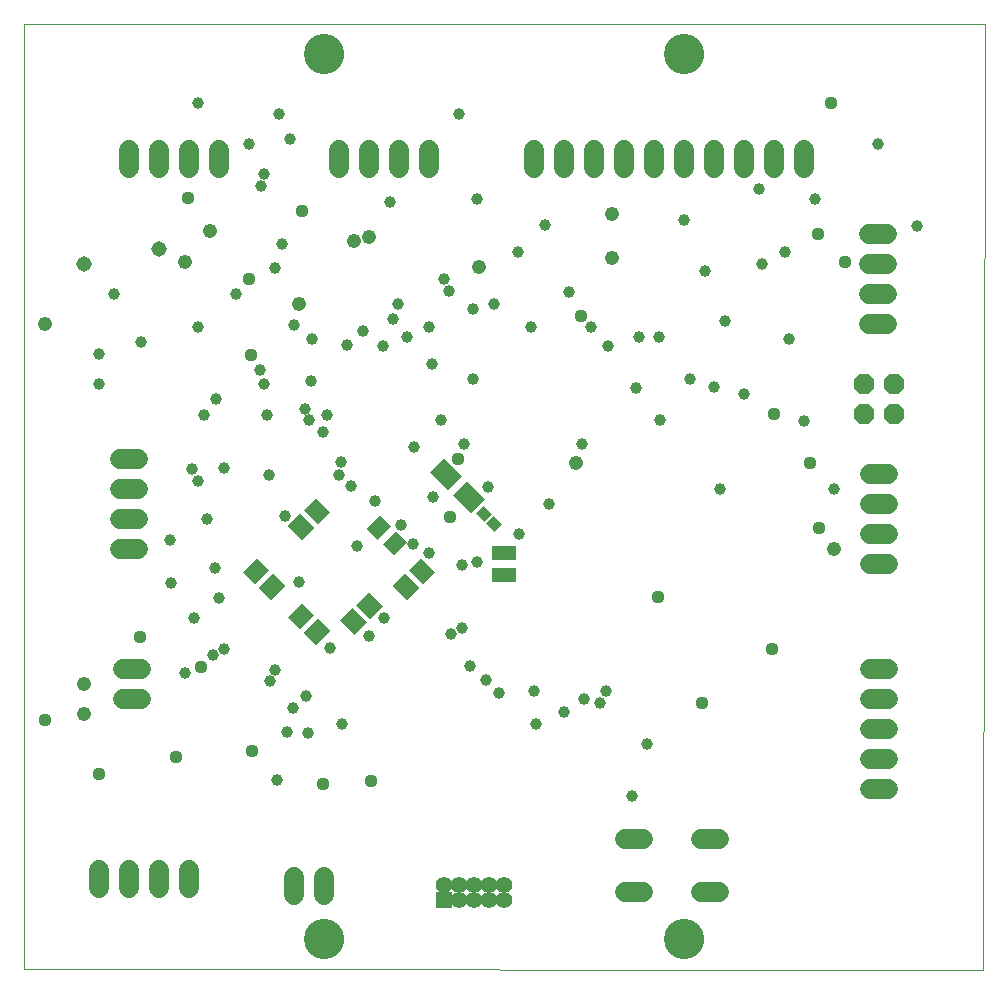
<source format=gbs>
G75*
%MOIN*%
%OFA0B0*%
%FSLAX24Y24*%
%IPPOS*%
%LPD*%
%AMOC8*
5,1,8,0,0,1.08239X$1,22.5*
%
%ADD10C,0.0000*%
%ADD11C,0.1340*%
%ADD12C,0.0680*%
%ADD13R,0.0592X0.0671*%
%ADD14R,0.0510X0.0630*%
%ADD15R,0.0789X0.0513*%
%ADD16R,0.0848X0.0671*%
%ADD17R,0.0395X0.0356*%
%ADD18OC8,0.0680*%
%ADD19R,0.0556X0.0556*%
%ADD20C,0.0556*%
%ADD21C,0.0437*%
%ADD22C,0.0390*%
%ADD23C,0.0476*%
%ADD24C,0.0516*%
D10*
X003760Y002393D02*
X003760Y033889D01*
X035780Y033889D01*
X035730Y002343D01*
X003760Y002393D01*
X013130Y003393D02*
X013132Y003443D01*
X013138Y003493D01*
X013148Y003542D01*
X013162Y003590D01*
X013179Y003637D01*
X013200Y003682D01*
X013225Y003726D01*
X013253Y003767D01*
X013285Y003806D01*
X013319Y003843D01*
X013356Y003877D01*
X013396Y003907D01*
X013438Y003934D01*
X013482Y003958D01*
X013528Y003979D01*
X013575Y003995D01*
X013623Y004008D01*
X013673Y004017D01*
X013722Y004022D01*
X013773Y004023D01*
X013823Y004020D01*
X013872Y004013D01*
X013921Y004002D01*
X013969Y003987D01*
X014015Y003969D01*
X014060Y003947D01*
X014103Y003921D01*
X014144Y003892D01*
X014183Y003860D01*
X014219Y003825D01*
X014251Y003787D01*
X014281Y003747D01*
X014308Y003704D01*
X014331Y003660D01*
X014350Y003614D01*
X014366Y003566D01*
X014378Y003517D01*
X014386Y003468D01*
X014390Y003418D01*
X014390Y003368D01*
X014386Y003318D01*
X014378Y003269D01*
X014366Y003220D01*
X014350Y003172D01*
X014331Y003126D01*
X014308Y003082D01*
X014281Y003039D01*
X014251Y002999D01*
X014219Y002961D01*
X014183Y002926D01*
X014144Y002894D01*
X014103Y002865D01*
X014060Y002839D01*
X014015Y002817D01*
X013969Y002799D01*
X013921Y002784D01*
X013872Y002773D01*
X013823Y002766D01*
X013773Y002763D01*
X013722Y002764D01*
X013673Y002769D01*
X013623Y002778D01*
X013575Y002791D01*
X013528Y002807D01*
X013482Y002828D01*
X013438Y002852D01*
X013396Y002879D01*
X013356Y002909D01*
X013319Y002943D01*
X013285Y002980D01*
X013253Y003019D01*
X013225Y003060D01*
X013200Y003104D01*
X013179Y003149D01*
X013162Y003196D01*
X013148Y003244D01*
X013138Y003293D01*
X013132Y003343D01*
X013130Y003393D01*
X025130Y003393D02*
X025132Y003443D01*
X025138Y003493D01*
X025148Y003542D01*
X025162Y003590D01*
X025179Y003637D01*
X025200Y003682D01*
X025225Y003726D01*
X025253Y003767D01*
X025285Y003806D01*
X025319Y003843D01*
X025356Y003877D01*
X025396Y003907D01*
X025438Y003934D01*
X025482Y003958D01*
X025528Y003979D01*
X025575Y003995D01*
X025623Y004008D01*
X025673Y004017D01*
X025722Y004022D01*
X025773Y004023D01*
X025823Y004020D01*
X025872Y004013D01*
X025921Y004002D01*
X025969Y003987D01*
X026015Y003969D01*
X026060Y003947D01*
X026103Y003921D01*
X026144Y003892D01*
X026183Y003860D01*
X026219Y003825D01*
X026251Y003787D01*
X026281Y003747D01*
X026308Y003704D01*
X026331Y003660D01*
X026350Y003614D01*
X026366Y003566D01*
X026378Y003517D01*
X026386Y003468D01*
X026390Y003418D01*
X026390Y003368D01*
X026386Y003318D01*
X026378Y003269D01*
X026366Y003220D01*
X026350Y003172D01*
X026331Y003126D01*
X026308Y003082D01*
X026281Y003039D01*
X026251Y002999D01*
X026219Y002961D01*
X026183Y002926D01*
X026144Y002894D01*
X026103Y002865D01*
X026060Y002839D01*
X026015Y002817D01*
X025969Y002799D01*
X025921Y002784D01*
X025872Y002773D01*
X025823Y002766D01*
X025773Y002763D01*
X025722Y002764D01*
X025673Y002769D01*
X025623Y002778D01*
X025575Y002791D01*
X025528Y002807D01*
X025482Y002828D01*
X025438Y002852D01*
X025396Y002879D01*
X025356Y002909D01*
X025319Y002943D01*
X025285Y002980D01*
X025253Y003019D01*
X025225Y003060D01*
X025200Y003104D01*
X025179Y003149D01*
X025162Y003196D01*
X025148Y003244D01*
X025138Y003293D01*
X025132Y003343D01*
X025130Y003393D01*
X025130Y032893D02*
X025132Y032943D01*
X025138Y032993D01*
X025148Y033042D01*
X025162Y033090D01*
X025179Y033137D01*
X025200Y033182D01*
X025225Y033226D01*
X025253Y033267D01*
X025285Y033306D01*
X025319Y033343D01*
X025356Y033377D01*
X025396Y033407D01*
X025438Y033434D01*
X025482Y033458D01*
X025528Y033479D01*
X025575Y033495D01*
X025623Y033508D01*
X025673Y033517D01*
X025722Y033522D01*
X025773Y033523D01*
X025823Y033520D01*
X025872Y033513D01*
X025921Y033502D01*
X025969Y033487D01*
X026015Y033469D01*
X026060Y033447D01*
X026103Y033421D01*
X026144Y033392D01*
X026183Y033360D01*
X026219Y033325D01*
X026251Y033287D01*
X026281Y033247D01*
X026308Y033204D01*
X026331Y033160D01*
X026350Y033114D01*
X026366Y033066D01*
X026378Y033017D01*
X026386Y032968D01*
X026390Y032918D01*
X026390Y032868D01*
X026386Y032818D01*
X026378Y032769D01*
X026366Y032720D01*
X026350Y032672D01*
X026331Y032626D01*
X026308Y032582D01*
X026281Y032539D01*
X026251Y032499D01*
X026219Y032461D01*
X026183Y032426D01*
X026144Y032394D01*
X026103Y032365D01*
X026060Y032339D01*
X026015Y032317D01*
X025969Y032299D01*
X025921Y032284D01*
X025872Y032273D01*
X025823Y032266D01*
X025773Y032263D01*
X025722Y032264D01*
X025673Y032269D01*
X025623Y032278D01*
X025575Y032291D01*
X025528Y032307D01*
X025482Y032328D01*
X025438Y032352D01*
X025396Y032379D01*
X025356Y032409D01*
X025319Y032443D01*
X025285Y032480D01*
X025253Y032519D01*
X025225Y032560D01*
X025200Y032604D01*
X025179Y032649D01*
X025162Y032696D01*
X025148Y032744D01*
X025138Y032793D01*
X025132Y032843D01*
X025130Y032893D01*
X013130Y032893D02*
X013132Y032943D01*
X013138Y032993D01*
X013148Y033042D01*
X013162Y033090D01*
X013179Y033137D01*
X013200Y033182D01*
X013225Y033226D01*
X013253Y033267D01*
X013285Y033306D01*
X013319Y033343D01*
X013356Y033377D01*
X013396Y033407D01*
X013438Y033434D01*
X013482Y033458D01*
X013528Y033479D01*
X013575Y033495D01*
X013623Y033508D01*
X013673Y033517D01*
X013722Y033522D01*
X013773Y033523D01*
X013823Y033520D01*
X013872Y033513D01*
X013921Y033502D01*
X013969Y033487D01*
X014015Y033469D01*
X014060Y033447D01*
X014103Y033421D01*
X014144Y033392D01*
X014183Y033360D01*
X014219Y033325D01*
X014251Y033287D01*
X014281Y033247D01*
X014308Y033204D01*
X014331Y033160D01*
X014350Y033114D01*
X014366Y033066D01*
X014378Y033017D01*
X014386Y032968D01*
X014390Y032918D01*
X014390Y032868D01*
X014386Y032818D01*
X014378Y032769D01*
X014366Y032720D01*
X014350Y032672D01*
X014331Y032626D01*
X014308Y032582D01*
X014281Y032539D01*
X014251Y032499D01*
X014219Y032461D01*
X014183Y032426D01*
X014144Y032394D01*
X014103Y032365D01*
X014060Y032339D01*
X014015Y032317D01*
X013969Y032299D01*
X013921Y032284D01*
X013872Y032273D01*
X013823Y032266D01*
X013773Y032263D01*
X013722Y032264D01*
X013673Y032269D01*
X013623Y032278D01*
X013575Y032291D01*
X013528Y032307D01*
X013482Y032328D01*
X013438Y032352D01*
X013396Y032379D01*
X013356Y032409D01*
X013319Y032443D01*
X013285Y032480D01*
X013253Y032519D01*
X013225Y032560D01*
X013200Y032604D01*
X013179Y032649D01*
X013162Y032696D01*
X013148Y032744D01*
X013138Y032793D01*
X013132Y032843D01*
X013130Y032893D01*
D11*
X013760Y032893D03*
X025760Y032893D03*
X025760Y003393D03*
X013760Y003393D03*
D12*
X013760Y004843D02*
X013760Y005443D01*
X012760Y005443D02*
X012760Y004843D01*
X009260Y005093D02*
X009260Y005693D01*
X008260Y005693D02*
X008260Y005093D01*
X007260Y005093D02*
X007260Y005693D01*
X006260Y005693D02*
X006260Y005093D01*
X007060Y011393D02*
X007660Y011393D01*
X007660Y012393D02*
X007060Y012393D01*
X006960Y016393D02*
X007560Y016393D01*
X007560Y017393D02*
X006960Y017393D01*
X006960Y018393D02*
X007560Y018393D01*
X007560Y019393D02*
X006960Y019393D01*
X007260Y029093D02*
X007260Y029693D01*
X008260Y029693D02*
X008260Y029093D01*
X009260Y029093D02*
X009260Y029693D01*
X010260Y029693D02*
X010260Y029093D01*
X014260Y029093D02*
X014260Y029693D01*
X015260Y029693D02*
X015260Y029093D01*
X016260Y029093D02*
X016260Y029693D01*
X017260Y029693D02*
X017260Y029093D01*
X020760Y029093D02*
X020760Y029693D01*
X021760Y029693D02*
X021760Y029093D01*
X022760Y029093D02*
X022760Y029693D01*
X023760Y029693D02*
X023760Y029093D01*
X024760Y029093D02*
X024760Y029693D01*
X025760Y029693D02*
X025760Y029093D01*
X026760Y029093D02*
X026760Y029693D01*
X027760Y029693D02*
X027760Y029093D01*
X028760Y029093D02*
X028760Y029693D01*
X029760Y029693D02*
X029760Y029093D01*
X031910Y026893D02*
X032510Y026893D01*
X032510Y025893D02*
X031910Y025893D01*
X031910Y024893D02*
X032510Y024893D01*
X032510Y023893D02*
X031910Y023893D01*
X031960Y018893D02*
X032560Y018893D01*
X032560Y017893D02*
X031960Y017893D01*
X031960Y016893D02*
X032560Y016893D01*
X032560Y015893D02*
X031960Y015893D01*
X031960Y012393D02*
X032560Y012393D01*
X032560Y011393D02*
X031960Y011393D01*
X031960Y010393D02*
X032560Y010393D01*
X032560Y009393D02*
X031960Y009393D01*
X031960Y008393D02*
X032560Y008393D01*
X026940Y006733D02*
X026340Y006733D01*
X026340Y004953D02*
X026940Y004953D01*
X024380Y004953D02*
X023780Y004953D01*
X023780Y006733D02*
X024380Y006733D01*
D13*
G36*
X016049Y015156D02*
X016468Y015575D01*
X016941Y015102D01*
X016522Y014683D01*
X016049Y015156D01*
G37*
G36*
X014828Y014535D02*
X015247Y014954D01*
X015720Y014481D01*
X015301Y014062D01*
X014828Y014535D01*
G37*
G36*
X014299Y014006D02*
X014718Y014425D01*
X015191Y013952D01*
X014772Y013533D01*
X014299Y014006D01*
G37*
G36*
X013497Y013183D02*
X013078Y013602D01*
X013551Y014075D01*
X013970Y013656D01*
X013497Y013183D01*
G37*
G36*
X012968Y013712D02*
X012549Y014131D01*
X013022Y014604D01*
X013441Y014185D01*
X012968Y013712D01*
G37*
G36*
X012051Y015575D02*
X012470Y015156D01*
X011997Y014683D01*
X011578Y015102D01*
X012051Y015575D01*
G37*
G36*
X011522Y016104D02*
X011941Y015685D01*
X011468Y015212D01*
X011049Y015631D01*
X011522Y016104D01*
G37*
G36*
X013441Y017102D02*
X013022Y016683D01*
X012549Y017156D01*
X012968Y017575D01*
X013441Y017102D01*
G37*
G36*
X013970Y017631D02*
X013551Y017212D01*
X013078Y017685D01*
X013497Y018104D01*
X013970Y017631D01*
G37*
G36*
X016578Y015685D02*
X016997Y016104D01*
X017470Y015631D01*
X017051Y015212D01*
X016578Y015685D01*
G37*
D14*
G36*
X016163Y016985D02*
X016524Y016624D01*
X016079Y016179D01*
X015718Y016540D01*
X016163Y016985D01*
G37*
G36*
X015640Y017508D02*
X016001Y017147D01*
X015556Y016702D01*
X015195Y017063D01*
X015640Y017508D01*
G37*
D15*
X019760Y016263D03*
X019760Y015523D03*
D16*
G36*
X018654Y017575D02*
X018056Y018173D01*
X018530Y018647D01*
X019128Y018049D01*
X018654Y017575D01*
G37*
G36*
X017889Y018340D02*
X017291Y018938D01*
X017765Y019412D01*
X018363Y018814D01*
X017889Y018340D01*
G37*
D17*
G36*
X019079Y017825D02*
X019357Y017547D01*
X019105Y017295D01*
X018827Y017573D01*
X019079Y017825D01*
G37*
G36*
X019414Y017491D02*
X019692Y017213D01*
X019440Y016961D01*
X019162Y017239D01*
X019414Y017491D01*
G37*
D18*
X031760Y020893D03*
X032760Y020893D03*
X032760Y021893D03*
X031760Y021893D03*
D19*
X017760Y004693D03*
D20*
X018260Y004693D03*
X018760Y004693D03*
X019260Y004693D03*
X019760Y004693D03*
X019760Y005193D03*
X019260Y005193D03*
X018760Y005193D03*
X018260Y005193D03*
X017760Y005193D03*
D21*
X015310Y008643D03*
X013710Y008543D03*
X011360Y009643D03*
X008810Y009443D03*
X006260Y008893D03*
X004460Y010693D03*
X007610Y013443D03*
X009660Y012443D03*
X017960Y017443D03*
X018210Y019393D03*
X022310Y024143D03*
X028760Y020893D03*
X029960Y019243D03*
X030260Y017093D03*
X028680Y013053D03*
X026360Y011243D03*
X024880Y014793D03*
X031110Y025943D03*
X030210Y026893D03*
X030660Y031243D03*
X013010Y027643D03*
X011260Y025393D03*
X011310Y022843D03*
X009210Y028093D03*
D22*
X011260Y029893D03*
X011760Y028893D03*
X011660Y028493D03*
X012610Y030043D03*
X012260Y030893D03*
X009560Y031243D03*
X012360Y026543D03*
X012110Y025743D03*
X010810Y024893D03*
X009560Y023793D03*
X007660Y023293D03*
X006260Y022893D03*
X006260Y021893D03*
X006760Y024893D03*
X010160Y021393D03*
X009760Y020843D03*
X010410Y019093D03*
X009560Y018643D03*
X009360Y019043D03*
X009860Y017393D03*
X008610Y016693D03*
X010110Y015743D03*
X010270Y014743D03*
X009410Y014093D03*
X008660Y015243D03*
X010410Y013043D03*
X010060Y012843D03*
X009110Y012243D03*
X011960Y011993D03*
X012110Y012343D03*
X013160Y011493D03*
X012710Y011093D03*
X012510Y010283D03*
X013210Y010243D03*
X014360Y010543D03*
X012200Y008693D03*
X013960Y013093D03*
X015260Y013493D03*
X015760Y014093D03*
X017980Y013553D03*
X018360Y013753D03*
X018630Y012493D03*
X019160Y012023D03*
X019580Y011593D03*
X020770Y011653D03*
X021760Y010943D03*
X022410Y011393D03*
X022960Y011243D03*
X023160Y011643D03*
X024510Y009893D03*
X024010Y008143D03*
X020810Y010543D03*
X018860Y015943D03*
X018360Y015843D03*
X017260Y016243D03*
X016710Y016543D03*
X016310Y017193D03*
X015460Y017993D03*
X014660Y018493D03*
X014260Y018843D03*
X014310Y019293D03*
X013710Y020293D03*
X013260Y020693D03*
X013110Y021043D03*
X013860Y020843D03*
X013310Y021993D03*
X013360Y023393D03*
X012760Y023843D03*
X014510Y023193D03*
X015060Y023643D03*
X015710Y023143D03*
X016510Y023443D03*
X016060Y024043D03*
X016210Y024543D03*
X017260Y023793D03*
X017360Y022543D03*
X018710Y022043D03*
X017660Y020693D03*
X018410Y019893D03*
X016760Y019793D03*
X017392Y018111D03*
X019210Y018443D03*
X020260Y016893D03*
X021260Y017893D03*
X022360Y019893D03*
X024160Y021743D03*
X024960Y020693D03*
X025960Y022043D03*
X026760Y021793D03*
X027760Y021543D03*
X029260Y023393D03*
X027110Y023993D03*
X026460Y025643D03*
X025760Y027343D03*
X028260Y028393D03*
X030110Y028043D03*
X029110Y026293D03*
X028360Y025893D03*
X024910Y023443D03*
X024260Y023443D03*
X023210Y023143D03*
X022660Y023793D03*
X021910Y024943D03*
X020660Y023793D03*
X019410Y024543D03*
X018710Y024393D03*
X017910Y024993D03*
X017760Y025393D03*
X020210Y026293D03*
X021110Y027193D03*
X018860Y028043D03*
X015960Y027943D03*
X018260Y030893D03*
X011610Y022343D03*
X011760Y021893D03*
X011860Y020843D03*
X011910Y018843D03*
X012460Y017493D03*
X014860Y016493D03*
X012910Y015293D03*
X026960Y018393D03*
X029760Y020643D03*
X030760Y018393D03*
X033510Y027143D03*
X032210Y029893D03*
D23*
X023360Y027543D03*
X023360Y026093D03*
X018910Y025793D03*
X015260Y026793D03*
X014760Y026643D03*
X012910Y024543D03*
X009960Y026993D03*
X009110Y025943D03*
X004460Y023893D03*
X005760Y011893D03*
X005760Y010893D03*
X022160Y019243D03*
X030760Y016393D03*
D24*
X008260Y026393D03*
X005760Y025893D03*
M02*

</source>
